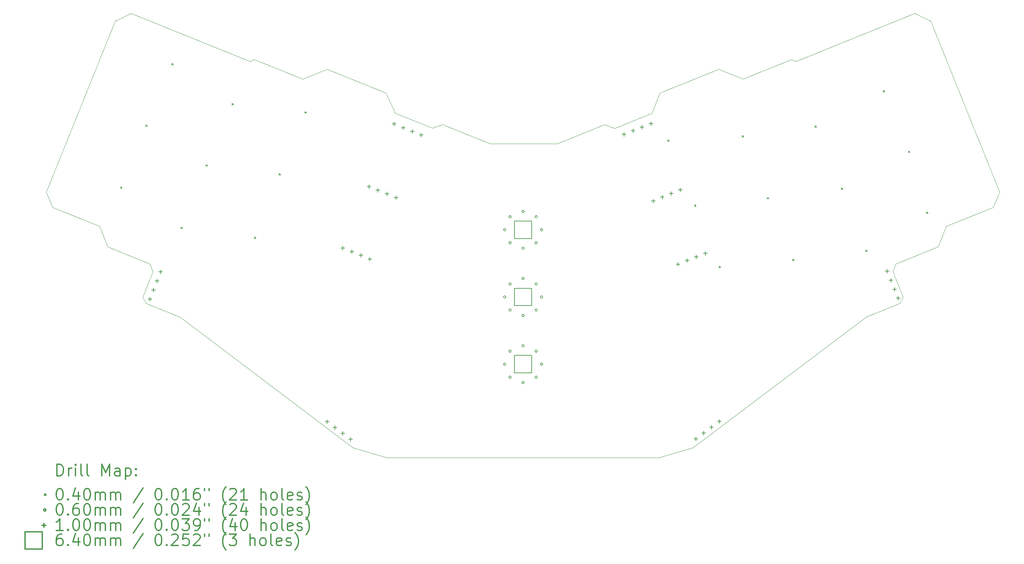
<source format=gbr>
%FSLAX45Y45*%
G04 Gerber Fmt 4.5, Leading zero omitted, Abs format (unit mm)*
G04 Created by KiCad (PCBNEW (5.1.4)-1) date 2024-04-24 20:53:15*
%MOMM*%
%LPD*%
G04 APERTURE LIST*
%ADD10C,0.050000*%
%ADD11C,0.200000*%
%ADD12C,0.300000*%
G04 APERTURE END LIST*
D10*
X11176213Y-27853625D02*
X12147667Y-28245667D01*
X12412667Y-28146667D02*
X13647667Y-28645667D01*
X16628646Y-28148071D02*
X15397000Y-28645000D01*
X17865100Y-27855028D02*
X16893646Y-28247071D01*
X12147667Y-28245667D02*
X12412667Y-28146667D01*
X15397000Y-28645000D02*
X13647667Y-28645667D01*
X16893646Y-28247071D02*
X16628646Y-28148071D01*
X4604537Y-32640385D02*
X4870507Y-31982085D01*
X24399689Y-32641789D02*
X24133718Y-31983488D01*
X10960000Y-36830000D02*
X10072695Y-36564535D01*
X18030000Y-36830000D02*
X18931531Y-36565938D01*
X10960000Y-36830000D02*
X18030000Y-36830000D01*
X25546434Y-30790966D02*
X25527890Y-30798458D01*
X3457791Y-30789563D02*
X3476335Y-30797055D01*
X2086679Y-29912037D02*
X2261724Y-30306320D01*
X3888537Y-25452283D02*
X2086679Y-29912037D01*
X26917546Y-29913441D02*
X26742501Y-30307724D01*
X25115688Y-25453686D02*
X26917546Y-29913441D01*
X10938494Y-27329969D02*
X9404005Y-26709995D01*
X4303330Y-25253168D02*
X7400124Y-26504354D01*
X3687111Y-31329806D02*
X3476335Y-30797055D01*
X3687111Y-31329806D02*
X4795096Y-31777461D01*
X3457791Y-30789563D02*
X2261724Y-30306320D01*
X5542399Y-33148730D02*
X4689390Y-32804092D01*
X8767111Y-26964977D02*
X7510776Y-26457385D01*
X10072695Y-36564535D02*
X5560943Y-33156222D01*
X4604537Y-32640385D02*
X4689390Y-32804092D01*
X10938494Y-27329969D02*
X11176213Y-27853625D01*
X4795096Y-31777461D02*
X4870507Y-31982085D01*
X8767111Y-26964977D02*
X9404005Y-26709995D01*
X4303330Y-25253168D02*
X3888537Y-25452283D01*
X7510776Y-26457385D02*
X7400124Y-26504354D01*
X5542399Y-33148730D02*
X5560943Y-33156222D01*
X23461827Y-33150134D02*
X23443283Y-33157626D01*
X24209130Y-31778864D02*
X24133718Y-31983488D01*
X24700895Y-25254572D02*
X25115688Y-25453686D01*
X21493449Y-26458789D02*
X21604101Y-26505758D01*
X20237115Y-26966381D02*
X19600221Y-26711399D01*
X23461827Y-33150134D02*
X24314836Y-32805496D01*
X18931531Y-36565938D02*
X23443283Y-33157626D01*
X24399689Y-32641789D02*
X24314836Y-32805496D01*
X24700895Y-25254572D02*
X21604101Y-26505758D01*
X25546434Y-30790966D02*
X26742501Y-30307724D01*
X25317114Y-31331209D02*
X25527890Y-30798458D01*
X25317114Y-31331209D02*
X24209130Y-31778864D01*
X18065732Y-27331372D02*
X17865100Y-27855028D01*
X20237115Y-26966381D02*
X21493449Y-26458789D01*
X18065732Y-27331372D02*
X19600221Y-26711399D01*
D11*
X4025000Y-29770000D02*
X4065000Y-29810000D01*
X4065000Y-29770000D02*
X4025000Y-29810000D01*
X4685000Y-28160000D02*
X4725000Y-28200000D01*
X4725000Y-28160000D02*
X4685000Y-28200000D01*
X5360000Y-26555000D02*
X5400000Y-26595000D01*
X5400000Y-26555000D02*
X5360000Y-26595000D01*
X5595000Y-30820000D02*
X5635000Y-30860000D01*
X5635000Y-30820000D02*
X5595000Y-30860000D01*
X6250000Y-29195000D02*
X6290000Y-29235000D01*
X6290000Y-29195000D02*
X6250000Y-29235000D01*
X6925000Y-27600000D02*
X6965000Y-27640000D01*
X6965000Y-27600000D02*
X6925000Y-27640000D01*
X7510000Y-31080000D02*
X7550000Y-31120000D01*
X7550000Y-31080000D02*
X7510000Y-31120000D01*
X8155000Y-29430000D02*
X8195000Y-29470000D01*
X8195000Y-29430000D02*
X8155000Y-29470000D01*
X8825000Y-27815000D02*
X8865000Y-27855000D01*
X8865000Y-27815000D02*
X8825000Y-27855000D01*
X18270000Y-28550001D02*
X18310000Y-28590001D01*
X18310000Y-28550001D02*
X18270000Y-28590001D01*
X18970000Y-30240000D02*
X19010000Y-30280000D01*
X19010000Y-30240000D02*
X18970000Y-30280000D01*
X19610000Y-31840000D02*
X19650000Y-31880000D01*
X19650000Y-31840000D02*
X19610000Y-31880000D01*
X20210000Y-28435000D02*
X20250000Y-28475000D01*
X20250000Y-28435000D02*
X20210000Y-28475000D01*
X20865000Y-30050000D02*
X20905000Y-30090000D01*
X20905000Y-30050000D02*
X20865000Y-30090000D01*
X21525000Y-31655000D02*
X21565000Y-31695000D01*
X21565000Y-31655000D02*
X21525000Y-31695000D01*
X22105000Y-28185000D02*
X22145000Y-28225000D01*
X22145000Y-28185000D02*
X22105000Y-28225000D01*
X22790000Y-29800000D02*
X22830000Y-29840000D01*
X22830000Y-29800000D02*
X22790000Y-29840000D01*
X23430000Y-31420000D02*
X23470000Y-31460000D01*
X23470000Y-31420000D02*
X23430000Y-31460000D01*
X23880000Y-27260000D02*
X23920000Y-27300000D01*
X23920000Y-27260000D02*
X23880000Y-27300000D01*
X24540000Y-28840000D02*
X24580000Y-28880000D01*
X24580000Y-28840000D02*
X24540000Y-28880000D01*
X25010000Y-30430000D02*
X25050000Y-30470000D01*
X25050000Y-30430000D02*
X25010000Y-30470000D01*
X14057500Y-34390000D02*
G75*
G03X14057500Y-34390000I-30000J0D01*
G01*
X14198089Y-34050589D02*
G75*
G03X14198089Y-34050589I-30000J0D01*
G01*
X14198089Y-34729411D02*
G75*
G03X14198089Y-34729411I-30000J0D01*
G01*
X14537500Y-33910000D02*
G75*
G03X14537500Y-33910000I-30000J0D01*
G01*
X14537500Y-34870000D02*
G75*
G03X14537500Y-34870000I-30000J0D01*
G01*
X14876911Y-34050589D02*
G75*
G03X14876911Y-34050589I-30000J0D01*
G01*
X14876911Y-34729411D02*
G75*
G03X14876911Y-34729411I-30000J0D01*
G01*
X15017500Y-34390000D02*
G75*
G03X15017500Y-34390000I-30000J0D01*
G01*
X14057500Y-30890000D02*
G75*
G03X14057500Y-30890000I-30000J0D01*
G01*
X14198089Y-30550589D02*
G75*
G03X14198089Y-30550589I-30000J0D01*
G01*
X14198089Y-31229411D02*
G75*
G03X14198089Y-31229411I-30000J0D01*
G01*
X14537500Y-30410000D02*
G75*
G03X14537500Y-30410000I-30000J0D01*
G01*
X14537500Y-31370000D02*
G75*
G03X14537500Y-31370000I-30000J0D01*
G01*
X14876911Y-30550589D02*
G75*
G03X14876911Y-30550589I-30000J0D01*
G01*
X14876911Y-31229411D02*
G75*
G03X14876911Y-31229411I-30000J0D01*
G01*
X15017500Y-30890000D02*
G75*
G03X15017500Y-30890000I-30000J0D01*
G01*
X14057500Y-32640000D02*
G75*
G03X14057500Y-32640000I-30000J0D01*
G01*
X14198089Y-32300589D02*
G75*
G03X14198089Y-32300589I-30000J0D01*
G01*
X14198089Y-32979411D02*
G75*
G03X14198089Y-32979411I-30000J0D01*
G01*
X14537500Y-32160000D02*
G75*
G03X14537500Y-32160000I-30000J0D01*
G01*
X14537500Y-33120000D02*
G75*
G03X14537500Y-33120000I-30000J0D01*
G01*
X14876911Y-32300589D02*
G75*
G03X14876911Y-32300589I-30000J0D01*
G01*
X14876911Y-32979411D02*
G75*
G03X14876911Y-32979411I-30000J0D01*
G01*
X15017500Y-32640000D02*
G75*
G03X15017500Y-32640000I-30000J0D01*
G01*
X4788408Y-32643102D02*
X4788408Y-32743102D01*
X4738408Y-32693102D02*
X4838408Y-32693102D01*
X4883558Y-32407597D02*
X4883558Y-32507597D01*
X4833558Y-32457597D02*
X4933558Y-32457597D01*
X4978708Y-32172093D02*
X4978708Y-32272093D01*
X4928708Y-32222093D02*
X5028708Y-32222093D01*
X5073858Y-31936588D02*
X5073858Y-32036588D01*
X5023858Y-31986588D02*
X5123858Y-31986588D01*
X17895000Y-30085000D02*
X17895000Y-30185000D01*
X17845000Y-30135000D02*
X17945000Y-30135000D01*
X18130505Y-29989850D02*
X18130505Y-30089850D01*
X18080505Y-30039850D02*
X18180505Y-30039850D01*
X18366009Y-29894700D02*
X18366009Y-29994700D01*
X18316009Y-29944700D02*
X18416009Y-29944700D01*
X18601514Y-29799550D02*
X18601514Y-29899550D01*
X18551514Y-29849550D02*
X18651514Y-29849550D01*
X9812010Y-31314550D02*
X9812010Y-31414550D01*
X9762010Y-31364550D02*
X9862010Y-31364550D01*
X10047515Y-31409700D02*
X10047515Y-31509700D01*
X9997515Y-31459700D02*
X10097515Y-31459700D01*
X10283020Y-31504850D02*
X10283020Y-31604850D01*
X10233020Y-31554850D02*
X10333020Y-31554850D01*
X10518524Y-31600000D02*
X10518524Y-31700000D01*
X10468524Y-31650000D02*
X10568524Y-31650000D01*
X17133558Y-28355240D02*
X17133558Y-28455240D01*
X17083558Y-28405240D02*
X17183558Y-28405240D01*
X17369063Y-28260090D02*
X17369063Y-28360090D01*
X17319063Y-28310090D02*
X17419063Y-28310090D01*
X17604567Y-28164940D02*
X17604567Y-28264940D01*
X17554567Y-28214940D02*
X17654567Y-28214940D01*
X17840072Y-28069790D02*
X17840072Y-28169790D01*
X17790072Y-28119790D02*
X17890072Y-28119790D01*
X23987298Y-31916522D02*
X23987298Y-32016522D01*
X23937298Y-31966522D02*
X24037298Y-31966522D01*
X24082448Y-32152027D02*
X24082448Y-32252027D01*
X24032448Y-32202027D02*
X24132448Y-32202027D01*
X24177598Y-32387531D02*
X24177598Y-32487531D01*
X24127598Y-32437531D02*
X24227598Y-32437531D01*
X24272748Y-32623036D02*
X24272748Y-32723036D01*
X24222748Y-32673036D02*
X24322748Y-32673036D01*
X10493486Y-29714550D02*
X10493486Y-29814550D01*
X10443486Y-29764550D02*
X10543486Y-29764550D01*
X10728991Y-29809700D02*
X10728991Y-29909700D01*
X10678991Y-29859700D02*
X10778991Y-29859700D01*
X10964495Y-29904850D02*
X10964495Y-30004850D01*
X10914495Y-29954850D02*
X11014495Y-29954850D01*
X11200000Y-30000000D02*
X11200000Y-30100000D01*
X11150000Y-30050000D02*
X11250000Y-30050000D01*
X19005814Y-36288791D02*
X19005814Y-36388791D01*
X18955814Y-36338791D02*
X19055814Y-36338791D01*
X19208667Y-36135930D02*
X19208667Y-36235930D01*
X19158667Y-36185930D02*
X19258667Y-36185930D01*
X19411520Y-35983069D02*
X19411520Y-36083069D01*
X19361520Y-36033069D02*
X19461520Y-36033069D01*
X19614374Y-35830208D02*
X19614374Y-35930208D01*
X19564374Y-35880208D02*
X19664374Y-35880208D01*
X11149244Y-28083933D02*
X11149244Y-28183933D01*
X11099244Y-28133933D02*
X11199244Y-28133933D01*
X11384748Y-28179083D02*
X11384748Y-28279083D01*
X11334748Y-28229083D02*
X11434748Y-28229083D01*
X11620253Y-28274233D02*
X11620253Y-28374233D01*
X11570253Y-28324233D02*
X11670253Y-28324233D01*
X11855758Y-28369383D02*
X11855758Y-28469383D01*
X11805758Y-28419383D02*
X11905758Y-28419383D01*
X9408395Y-35836297D02*
X9408395Y-35936297D01*
X9358395Y-35886297D02*
X9458395Y-35886297D01*
X9611249Y-35989158D02*
X9611249Y-36089158D01*
X9561249Y-36039158D02*
X9661249Y-36039158D01*
X9814102Y-36142019D02*
X9814102Y-36242019D01*
X9764102Y-36192019D02*
X9864102Y-36192019D01*
X10016956Y-36294880D02*
X10016956Y-36394880D01*
X9966956Y-36344880D02*
X10066956Y-36344880D01*
X18545000Y-31735000D02*
X18545000Y-31835000D01*
X18495000Y-31785000D02*
X18595000Y-31785000D01*
X18780505Y-31639850D02*
X18780505Y-31739850D01*
X18730505Y-31689850D02*
X18830505Y-31689850D01*
X19016009Y-31544700D02*
X19016009Y-31644700D01*
X18966009Y-31594700D02*
X19066009Y-31594700D01*
X19251514Y-31449550D02*
X19251514Y-31549550D01*
X19201514Y-31499550D02*
X19301514Y-31499550D01*
X14733776Y-34616276D02*
X14733776Y-34163724D01*
X14281224Y-34163724D01*
X14281224Y-34616276D01*
X14733776Y-34616276D01*
X14733776Y-31116276D02*
X14733776Y-30663724D01*
X14281224Y-30663724D01*
X14281224Y-31116276D01*
X14733776Y-31116276D01*
X14733776Y-32866276D02*
X14733776Y-32413724D01*
X14281224Y-32413724D01*
X14281224Y-32866276D01*
X14733776Y-32866276D01*
D12*
X2370608Y-37298214D02*
X2370608Y-36998214D01*
X2442036Y-36998214D01*
X2484893Y-37012500D01*
X2513465Y-37041072D01*
X2527750Y-37069643D01*
X2542036Y-37126786D01*
X2542036Y-37169643D01*
X2527750Y-37226786D01*
X2513465Y-37255357D01*
X2484893Y-37283929D01*
X2442036Y-37298214D01*
X2370608Y-37298214D01*
X2670608Y-37298214D02*
X2670608Y-37098214D01*
X2670608Y-37155357D02*
X2684893Y-37126786D01*
X2699179Y-37112500D01*
X2727750Y-37098214D01*
X2756322Y-37098214D01*
X2856322Y-37298214D02*
X2856322Y-37098214D01*
X2856322Y-36998214D02*
X2842036Y-37012500D01*
X2856322Y-37026786D01*
X2870607Y-37012500D01*
X2856322Y-36998214D01*
X2856322Y-37026786D01*
X3042036Y-37298214D02*
X3013465Y-37283929D01*
X2999179Y-37255357D01*
X2999179Y-36998214D01*
X3199179Y-37298214D02*
X3170607Y-37283929D01*
X3156322Y-37255357D01*
X3156322Y-36998214D01*
X3542036Y-37298214D02*
X3542036Y-36998214D01*
X3642036Y-37212500D01*
X3742036Y-36998214D01*
X3742036Y-37298214D01*
X4013465Y-37298214D02*
X4013465Y-37141072D01*
X3999179Y-37112500D01*
X3970607Y-37098214D01*
X3913465Y-37098214D01*
X3884893Y-37112500D01*
X4013465Y-37283929D02*
X3984893Y-37298214D01*
X3913465Y-37298214D01*
X3884893Y-37283929D01*
X3870607Y-37255357D01*
X3870607Y-37226786D01*
X3884893Y-37198214D01*
X3913465Y-37183929D01*
X3984893Y-37183929D01*
X4013465Y-37169643D01*
X4156322Y-37098214D02*
X4156322Y-37398214D01*
X4156322Y-37112500D02*
X4184893Y-37098214D01*
X4242036Y-37098214D01*
X4270608Y-37112500D01*
X4284893Y-37126786D01*
X4299179Y-37155357D01*
X4299179Y-37241072D01*
X4284893Y-37269643D01*
X4270608Y-37283929D01*
X4242036Y-37298214D01*
X4184893Y-37298214D01*
X4156322Y-37283929D01*
X4427750Y-37269643D02*
X4442036Y-37283929D01*
X4427750Y-37298214D01*
X4413465Y-37283929D01*
X4427750Y-37269643D01*
X4427750Y-37298214D01*
X4427750Y-37112500D02*
X4442036Y-37126786D01*
X4427750Y-37141072D01*
X4413465Y-37126786D01*
X4427750Y-37112500D01*
X4427750Y-37141072D01*
X2044179Y-37772500D02*
X2084179Y-37812500D01*
X2084179Y-37772500D02*
X2044179Y-37812500D01*
X2427750Y-37628214D02*
X2456322Y-37628214D01*
X2484893Y-37642500D01*
X2499179Y-37656786D01*
X2513465Y-37685357D01*
X2527750Y-37742500D01*
X2527750Y-37813929D01*
X2513465Y-37871072D01*
X2499179Y-37899643D01*
X2484893Y-37913929D01*
X2456322Y-37928214D01*
X2427750Y-37928214D01*
X2399179Y-37913929D01*
X2384893Y-37899643D01*
X2370608Y-37871072D01*
X2356322Y-37813929D01*
X2356322Y-37742500D01*
X2370608Y-37685357D01*
X2384893Y-37656786D01*
X2399179Y-37642500D01*
X2427750Y-37628214D01*
X2656322Y-37899643D02*
X2670608Y-37913929D01*
X2656322Y-37928214D01*
X2642036Y-37913929D01*
X2656322Y-37899643D01*
X2656322Y-37928214D01*
X2927750Y-37728214D02*
X2927750Y-37928214D01*
X2856322Y-37613929D02*
X2784893Y-37828214D01*
X2970607Y-37828214D01*
X3142036Y-37628214D02*
X3170607Y-37628214D01*
X3199179Y-37642500D01*
X3213465Y-37656786D01*
X3227750Y-37685357D01*
X3242036Y-37742500D01*
X3242036Y-37813929D01*
X3227750Y-37871072D01*
X3213465Y-37899643D01*
X3199179Y-37913929D01*
X3170607Y-37928214D01*
X3142036Y-37928214D01*
X3113465Y-37913929D01*
X3099179Y-37899643D01*
X3084893Y-37871072D01*
X3070607Y-37813929D01*
X3070607Y-37742500D01*
X3084893Y-37685357D01*
X3099179Y-37656786D01*
X3113465Y-37642500D01*
X3142036Y-37628214D01*
X3370607Y-37928214D02*
X3370607Y-37728214D01*
X3370607Y-37756786D02*
X3384893Y-37742500D01*
X3413465Y-37728214D01*
X3456322Y-37728214D01*
X3484893Y-37742500D01*
X3499179Y-37771072D01*
X3499179Y-37928214D01*
X3499179Y-37771072D02*
X3513465Y-37742500D01*
X3542036Y-37728214D01*
X3584893Y-37728214D01*
X3613465Y-37742500D01*
X3627750Y-37771072D01*
X3627750Y-37928214D01*
X3770607Y-37928214D02*
X3770607Y-37728214D01*
X3770607Y-37756786D02*
X3784893Y-37742500D01*
X3813465Y-37728214D01*
X3856322Y-37728214D01*
X3884893Y-37742500D01*
X3899179Y-37771072D01*
X3899179Y-37928214D01*
X3899179Y-37771072D02*
X3913465Y-37742500D01*
X3942036Y-37728214D01*
X3984893Y-37728214D01*
X4013465Y-37742500D01*
X4027750Y-37771072D01*
X4027750Y-37928214D01*
X4613465Y-37613929D02*
X4356322Y-37999643D01*
X4999179Y-37628214D02*
X5027750Y-37628214D01*
X5056322Y-37642500D01*
X5070608Y-37656786D01*
X5084893Y-37685357D01*
X5099179Y-37742500D01*
X5099179Y-37813929D01*
X5084893Y-37871072D01*
X5070608Y-37899643D01*
X5056322Y-37913929D01*
X5027750Y-37928214D01*
X4999179Y-37928214D01*
X4970608Y-37913929D01*
X4956322Y-37899643D01*
X4942036Y-37871072D01*
X4927750Y-37813929D01*
X4927750Y-37742500D01*
X4942036Y-37685357D01*
X4956322Y-37656786D01*
X4970608Y-37642500D01*
X4999179Y-37628214D01*
X5227750Y-37899643D02*
X5242036Y-37913929D01*
X5227750Y-37928214D01*
X5213465Y-37913929D01*
X5227750Y-37899643D01*
X5227750Y-37928214D01*
X5427750Y-37628214D02*
X5456322Y-37628214D01*
X5484893Y-37642500D01*
X5499179Y-37656786D01*
X5513465Y-37685357D01*
X5527750Y-37742500D01*
X5527750Y-37813929D01*
X5513465Y-37871072D01*
X5499179Y-37899643D01*
X5484893Y-37913929D01*
X5456322Y-37928214D01*
X5427750Y-37928214D01*
X5399179Y-37913929D01*
X5384893Y-37899643D01*
X5370608Y-37871072D01*
X5356322Y-37813929D01*
X5356322Y-37742500D01*
X5370608Y-37685357D01*
X5384893Y-37656786D01*
X5399179Y-37642500D01*
X5427750Y-37628214D01*
X5813465Y-37928214D02*
X5642036Y-37928214D01*
X5727750Y-37928214D02*
X5727750Y-37628214D01*
X5699179Y-37671072D01*
X5670607Y-37699643D01*
X5642036Y-37713929D01*
X6070607Y-37628214D02*
X6013465Y-37628214D01*
X5984893Y-37642500D01*
X5970607Y-37656786D01*
X5942036Y-37699643D01*
X5927750Y-37756786D01*
X5927750Y-37871072D01*
X5942036Y-37899643D01*
X5956322Y-37913929D01*
X5984893Y-37928214D01*
X6042036Y-37928214D01*
X6070607Y-37913929D01*
X6084893Y-37899643D01*
X6099179Y-37871072D01*
X6099179Y-37799643D01*
X6084893Y-37771072D01*
X6070607Y-37756786D01*
X6042036Y-37742500D01*
X5984893Y-37742500D01*
X5956322Y-37756786D01*
X5942036Y-37771072D01*
X5927750Y-37799643D01*
X6213465Y-37628214D02*
X6213465Y-37685357D01*
X6327750Y-37628214D02*
X6327750Y-37685357D01*
X6770607Y-38042500D02*
X6756322Y-38028214D01*
X6727750Y-37985357D01*
X6713465Y-37956786D01*
X6699179Y-37913929D01*
X6684893Y-37842500D01*
X6684893Y-37785357D01*
X6699179Y-37713929D01*
X6713465Y-37671072D01*
X6727750Y-37642500D01*
X6756322Y-37599643D01*
X6770607Y-37585357D01*
X6870607Y-37656786D02*
X6884893Y-37642500D01*
X6913465Y-37628214D01*
X6984893Y-37628214D01*
X7013465Y-37642500D01*
X7027750Y-37656786D01*
X7042036Y-37685357D01*
X7042036Y-37713929D01*
X7027750Y-37756786D01*
X6856322Y-37928214D01*
X7042036Y-37928214D01*
X7327750Y-37928214D02*
X7156322Y-37928214D01*
X7242036Y-37928214D02*
X7242036Y-37628214D01*
X7213465Y-37671072D01*
X7184893Y-37699643D01*
X7156322Y-37713929D01*
X7684893Y-37928214D02*
X7684893Y-37628214D01*
X7813465Y-37928214D02*
X7813465Y-37771072D01*
X7799179Y-37742500D01*
X7770607Y-37728214D01*
X7727750Y-37728214D01*
X7699179Y-37742500D01*
X7684893Y-37756786D01*
X7999179Y-37928214D02*
X7970607Y-37913929D01*
X7956322Y-37899643D01*
X7942036Y-37871072D01*
X7942036Y-37785357D01*
X7956322Y-37756786D01*
X7970607Y-37742500D01*
X7999179Y-37728214D01*
X8042036Y-37728214D01*
X8070607Y-37742500D01*
X8084893Y-37756786D01*
X8099179Y-37785357D01*
X8099179Y-37871072D01*
X8084893Y-37899643D01*
X8070607Y-37913929D01*
X8042036Y-37928214D01*
X7999179Y-37928214D01*
X8270607Y-37928214D02*
X8242036Y-37913929D01*
X8227750Y-37885357D01*
X8227750Y-37628214D01*
X8499179Y-37913929D02*
X8470608Y-37928214D01*
X8413465Y-37928214D01*
X8384893Y-37913929D01*
X8370607Y-37885357D01*
X8370607Y-37771072D01*
X8384893Y-37742500D01*
X8413465Y-37728214D01*
X8470608Y-37728214D01*
X8499179Y-37742500D01*
X8513465Y-37771072D01*
X8513465Y-37799643D01*
X8370607Y-37828214D01*
X8627750Y-37913929D02*
X8656322Y-37928214D01*
X8713465Y-37928214D01*
X8742036Y-37913929D01*
X8756322Y-37885357D01*
X8756322Y-37871072D01*
X8742036Y-37842500D01*
X8713465Y-37828214D01*
X8670608Y-37828214D01*
X8642036Y-37813929D01*
X8627750Y-37785357D01*
X8627750Y-37771072D01*
X8642036Y-37742500D01*
X8670608Y-37728214D01*
X8713465Y-37728214D01*
X8742036Y-37742500D01*
X8856322Y-38042500D02*
X8870608Y-38028214D01*
X8899179Y-37985357D01*
X8913465Y-37956786D01*
X8927750Y-37913929D01*
X8942036Y-37842500D01*
X8942036Y-37785357D01*
X8927750Y-37713929D01*
X8913465Y-37671072D01*
X8899179Y-37642500D01*
X8870608Y-37599643D01*
X8856322Y-37585357D01*
X2084179Y-38188500D02*
G75*
G03X2084179Y-38188500I-30000J0D01*
G01*
X2427750Y-38024214D02*
X2456322Y-38024214D01*
X2484893Y-38038500D01*
X2499179Y-38052786D01*
X2513465Y-38081357D01*
X2527750Y-38138500D01*
X2527750Y-38209929D01*
X2513465Y-38267072D01*
X2499179Y-38295643D01*
X2484893Y-38309929D01*
X2456322Y-38324214D01*
X2427750Y-38324214D01*
X2399179Y-38309929D01*
X2384893Y-38295643D01*
X2370608Y-38267072D01*
X2356322Y-38209929D01*
X2356322Y-38138500D01*
X2370608Y-38081357D01*
X2384893Y-38052786D01*
X2399179Y-38038500D01*
X2427750Y-38024214D01*
X2656322Y-38295643D02*
X2670608Y-38309929D01*
X2656322Y-38324214D01*
X2642036Y-38309929D01*
X2656322Y-38295643D01*
X2656322Y-38324214D01*
X2927750Y-38024214D02*
X2870607Y-38024214D01*
X2842036Y-38038500D01*
X2827750Y-38052786D01*
X2799179Y-38095643D01*
X2784893Y-38152786D01*
X2784893Y-38267072D01*
X2799179Y-38295643D01*
X2813465Y-38309929D01*
X2842036Y-38324214D01*
X2899179Y-38324214D01*
X2927750Y-38309929D01*
X2942036Y-38295643D01*
X2956322Y-38267072D01*
X2956322Y-38195643D01*
X2942036Y-38167072D01*
X2927750Y-38152786D01*
X2899179Y-38138500D01*
X2842036Y-38138500D01*
X2813465Y-38152786D01*
X2799179Y-38167072D01*
X2784893Y-38195643D01*
X3142036Y-38024214D02*
X3170607Y-38024214D01*
X3199179Y-38038500D01*
X3213465Y-38052786D01*
X3227750Y-38081357D01*
X3242036Y-38138500D01*
X3242036Y-38209929D01*
X3227750Y-38267072D01*
X3213465Y-38295643D01*
X3199179Y-38309929D01*
X3170607Y-38324214D01*
X3142036Y-38324214D01*
X3113465Y-38309929D01*
X3099179Y-38295643D01*
X3084893Y-38267072D01*
X3070607Y-38209929D01*
X3070607Y-38138500D01*
X3084893Y-38081357D01*
X3099179Y-38052786D01*
X3113465Y-38038500D01*
X3142036Y-38024214D01*
X3370607Y-38324214D02*
X3370607Y-38124214D01*
X3370607Y-38152786D02*
X3384893Y-38138500D01*
X3413465Y-38124214D01*
X3456322Y-38124214D01*
X3484893Y-38138500D01*
X3499179Y-38167072D01*
X3499179Y-38324214D01*
X3499179Y-38167072D02*
X3513465Y-38138500D01*
X3542036Y-38124214D01*
X3584893Y-38124214D01*
X3613465Y-38138500D01*
X3627750Y-38167072D01*
X3627750Y-38324214D01*
X3770607Y-38324214D02*
X3770607Y-38124214D01*
X3770607Y-38152786D02*
X3784893Y-38138500D01*
X3813465Y-38124214D01*
X3856322Y-38124214D01*
X3884893Y-38138500D01*
X3899179Y-38167072D01*
X3899179Y-38324214D01*
X3899179Y-38167072D02*
X3913465Y-38138500D01*
X3942036Y-38124214D01*
X3984893Y-38124214D01*
X4013465Y-38138500D01*
X4027750Y-38167072D01*
X4027750Y-38324214D01*
X4613465Y-38009929D02*
X4356322Y-38395643D01*
X4999179Y-38024214D02*
X5027750Y-38024214D01*
X5056322Y-38038500D01*
X5070608Y-38052786D01*
X5084893Y-38081357D01*
X5099179Y-38138500D01*
X5099179Y-38209929D01*
X5084893Y-38267072D01*
X5070608Y-38295643D01*
X5056322Y-38309929D01*
X5027750Y-38324214D01*
X4999179Y-38324214D01*
X4970608Y-38309929D01*
X4956322Y-38295643D01*
X4942036Y-38267072D01*
X4927750Y-38209929D01*
X4927750Y-38138500D01*
X4942036Y-38081357D01*
X4956322Y-38052786D01*
X4970608Y-38038500D01*
X4999179Y-38024214D01*
X5227750Y-38295643D02*
X5242036Y-38309929D01*
X5227750Y-38324214D01*
X5213465Y-38309929D01*
X5227750Y-38295643D01*
X5227750Y-38324214D01*
X5427750Y-38024214D02*
X5456322Y-38024214D01*
X5484893Y-38038500D01*
X5499179Y-38052786D01*
X5513465Y-38081357D01*
X5527750Y-38138500D01*
X5527750Y-38209929D01*
X5513465Y-38267072D01*
X5499179Y-38295643D01*
X5484893Y-38309929D01*
X5456322Y-38324214D01*
X5427750Y-38324214D01*
X5399179Y-38309929D01*
X5384893Y-38295643D01*
X5370608Y-38267072D01*
X5356322Y-38209929D01*
X5356322Y-38138500D01*
X5370608Y-38081357D01*
X5384893Y-38052786D01*
X5399179Y-38038500D01*
X5427750Y-38024214D01*
X5642036Y-38052786D02*
X5656322Y-38038500D01*
X5684893Y-38024214D01*
X5756322Y-38024214D01*
X5784893Y-38038500D01*
X5799179Y-38052786D01*
X5813465Y-38081357D01*
X5813465Y-38109929D01*
X5799179Y-38152786D01*
X5627750Y-38324214D01*
X5813465Y-38324214D01*
X6070607Y-38124214D02*
X6070607Y-38324214D01*
X5999179Y-38009929D02*
X5927750Y-38224214D01*
X6113465Y-38224214D01*
X6213465Y-38024214D02*
X6213465Y-38081357D01*
X6327750Y-38024214D02*
X6327750Y-38081357D01*
X6770607Y-38438500D02*
X6756322Y-38424214D01*
X6727750Y-38381357D01*
X6713465Y-38352786D01*
X6699179Y-38309929D01*
X6684893Y-38238500D01*
X6684893Y-38181357D01*
X6699179Y-38109929D01*
X6713465Y-38067072D01*
X6727750Y-38038500D01*
X6756322Y-37995643D01*
X6770607Y-37981357D01*
X6870607Y-38052786D02*
X6884893Y-38038500D01*
X6913465Y-38024214D01*
X6984893Y-38024214D01*
X7013465Y-38038500D01*
X7027750Y-38052786D01*
X7042036Y-38081357D01*
X7042036Y-38109929D01*
X7027750Y-38152786D01*
X6856322Y-38324214D01*
X7042036Y-38324214D01*
X7299179Y-38124214D02*
X7299179Y-38324214D01*
X7227750Y-38009929D02*
X7156322Y-38224214D01*
X7342036Y-38224214D01*
X7684893Y-38324214D02*
X7684893Y-38024214D01*
X7813465Y-38324214D02*
X7813465Y-38167072D01*
X7799179Y-38138500D01*
X7770607Y-38124214D01*
X7727750Y-38124214D01*
X7699179Y-38138500D01*
X7684893Y-38152786D01*
X7999179Y-38324214D02*
X7970607Y-38309929D01*
X7956322Y-38295643D01*
X7942036Y-38267072D01*
X7942036Y-38181357D01*
X7956322Y-38152786D01*
X7970607Y-38138500D01*
X7999179Y-38124214D01*
X8042036Y-38124214D01*
X8070607Y-38138500D01*
X8084893Y-38152786D01*
X8099179Y-38181357D01*
X8099179Y-38267072D01*
X8084893Y-38295643D01*
X8070607Y-38309929D01*
X8042036Y-38324214D01*
X7999179Y-38324214D01*
X8270607Y-38324214D02*
X8242036Y-38309929D01*
X8227750Y-38281357D01*
X8227750Y-38024214D01*
X8499179Y-38309929D02*
X8470608Y-38324214D01*
X8413465Y-38324214D01*
X8384893Y-38309929D01*
X8370607Y-38281357D01*
X8370607Y-38167072D01*
X8384893Y-38138500D01*
X8413465Y-38124214D01*
X8470608Y-38124214D01*
X8499179Y-38138500D01*
X8513465Y-38167072D01*
X8513465Y-38195643D01*
X8370607Y-38224214D01*
X8627750Y-38309929D02*
X8656322Y-38324214D01*
X8713465Y-38324214D01*
X8742036Y-38309929D01*
X8756322Y-38281357D01*
X8756322Y-38267072D01*
X8742036Y-38238500D01*
X8713465Y-38224214D01*
X8670608Y-38224214D01*
X8642036Y-38209929D01*
X8627750Y-38181357D01*
X8627750Y-38167072D01*
X8642036Y-38138500D01*
X8670608Y-38124214D01*
X8713465Y-38124214D01*
X8742036Y-38138500D01*
X8856322Y-38438500D02*
X8870608Y-38424214D01*
X8899179Y-38381357D01*
X8913465Y-38352786D01*
X8927750Y-38309929D01*
X8942036Y-38238500D01*
X8942036Y-38181357D01*
X8927750Y-38109929D01*
X8913465Y-38067072D01*
X8899179Y-38038500D01*
X8870608Y-37995643D01*
X8856322Y-37981357D01*
X2034179Y-38534500D02*
X2034179Y-38634500D01*
X1984179Y-38584500D02*
X2084179Y-38584500D01*
X2527750Y-38720214D02*
X2356322Y-38720214D01*
X2442036Y-38720214D02*
X2442036Y-38420214D01*
X2413465Y-38463072D01*
X2384893Y-38491643D01*
X2356322Y-38505929D01*
X2656322Y-38691643D02*
X2670608Y-38705929D01*
X2656322Y-38720214D01*
X2642036Y-38705929D01*
X2656322Y-38691643D01*
X2656322Y-38720214D01*
X2856322Y-38420214D02*
X2884893Y-38420214D01*
X2913465Y-38434500D01*
X2927750Y-38448786D01*
X2942036Y-38477357D01*
X2956322Y-38534500D01*
X2956322Y-38605929D01*
X2942036Y-38663072D01*
X2927750Y-38691643D01*
X2913465Y-38705929D01*
X2884893Y-38720214D01*
X2856322Y-38720214D01*
X2827750Y-38705929D01*
X2813465Y-38691643D01*
X2799179Y-38663072D01*
X2784893Y-38605929D01*
X2784893Y-38534500D01*
X2799179Y-38477357D01*
X2813465Y-38448786D01*
X2827750Y-38434500D01*
X2856322Y-38420214D01*
X3142036Y-38420214D02*
X3170607Y-38420214D01*
X3199179Y-38434500D01*
X3213465Y-38448786D01*
X3227750Y-38477357D01*
X3242036Y-38534500D01*
X3242036Y-38605929D01*
X3227750Y-38663072D01*
X3213465Y-38691643D01*
X3199179Y-38705929D01*
X3170607Y-38720214D01*
X3142036Y-38720214D01*
X3113465Y-38705929D01*
X3099179Y-38691643D01*
X3084893Y-38663072D01*
X3070607Y-38605929D01*
X3070607Y-38534500D01*
X3084893Y-38477357D01*
X3099179Y-38448786D01*
X3113465Y-38434500D01*
X3142036Y-38420214D01*
X3370607Y-38720214D02*
X3370607Y-38520214D01*
X3370607Y-38548786D02*
X3384893Y-38534500D01*
X3413465Y-38520214D01*
X3456322Y-38520214D01*
X3484893Y-38534500D01*
X3499179Y-38563072D01*
X3499179Y-38720214D01*
X3499179Y-38563072D02*
X3513465Y-38534500D01*
X3542036Y-38520214D01*
X3584893Y-38520214D01*
X3613465Y-38534500D01*
X3627750Y-38563072D01*
X3627750Y-38720214D01*
X3770607Y-38720214D02*
X3770607Y-38520214D01*
X3770607Y-38548786D02*
X3784893Y-38534500D01*
X3813465Y-38520214D01*
X3856322Y-38520214D01*
X3884893Y-38534500D01*
X3899179Y-38563072D01*
X3899179Y-38720214D01*
X3899179Y-38563072D02*
X3913465Y-38534500D01*
X3942036Y-38520214D01*
X3984893Y-38520214D01*
X4013465Y-38534500D01*
X4027750Y-38563072D01*
X4027750Y-38720214D01*
X4613465Y-38405929D02*
X4356322Y-38791643D01*
X4999179Y-38420214D02*
X5027750Y-38420214D01*
X5056322Y-38434500D01*
X5070608Y-38448786D01*
X5084893Y-38477357D01*
X5099179Y-38534500D01*
X5099179Y-38605929D01*
X5084893Y-38663072D01*
X5070608Y-38691643D01*
X5056322Y-38705929D01*
X5027750Y-38720214D01*
X4999179Y-38720214D01*
X4970608Y-38705929D01*
X4956322Y-38691643D01*
X4942036Y-38663072D01*
X4927750Y-38605929D01*
X4927750Y-38534500D01*
X4942036Y-38477357D01*
X4956322Y-38448786D01*
X4970608Y-38434500D01*
X4999179Y-38420214D01*
X5227750Y-38691643D02*
X5242036Y-38705929D01*
X5227750Y-38720214D01*
X5213465Y-38705929D01*
X5227750Y-38691643D01*
X5227750Y-38720214D01*
X5427750Y-38420214D02*
X5456322Y-38420214D01*
X5484893Y-38434500D01*
X5499179Y-38448786D01*
X5513465Y-38477357D01*
X5527750Y-38534500D01*
X5527750Y-38605929D01*
X5513465Y-38663072D01*
X5499179Y-38691643D01*
X5484893Y-38705929D01*
X5456322Y-38720214D01*
X5427750Y-38720214D01*
X5399179Y-38705929D01*
X5384893Y-38691643D01*
X5370608Y-38663072D01*
X5356322Y-38605929D01*
X5356322Y-38534500D01*
X5370608Y-38477357D01*
X5384893Y-38448786D01*
X5399179Y-38434500D01*
X5427750Y-38420214D01*
X5627750Y-38420214D02*
X5813465Y-38420214D01*
X5713465Y-38534500D01*
X5756322Y-38534500D01*
X5784893Y-38548786D01*
X5799179Y-38563072D01*
X5813465Y-38591643D01*
X5813465Y-38663072D01*
X5799179Y-38691643D01*
X5784893Y-38705929D01*
X5756322Y-38720214D01*
X5670607Y-38720214D01*
X5642036Y-38705929D01*
X5627750Y-38691643D01*
X5956322Y-38720214D02*
X6013465Y-38720214D01*
X6042036Y-38705929D01*
X6056322Y-38691643D01*
X6084893Y-38648786D01*
X6099179Y-38591643D01*
X6099179Y-38477357D01*
X6084893Y-38448786D01*
X6070607Y-38434500D01*
X6042036Y-38420214D01*
X5984893Y-38420214D01*
X5956322Y-38434500D01*
X5942036Y-38448786D01*
X5927750Y-38477357D01*
X5927750Y-38548786D01*
X5942036Y-38577357D01*
X5956322Y-38591643D01*
X5984893Y-38605929D01*
X6042036Y-38605929D01*
X6070607Y-38591643D01*
X6084893Y-38577357D01*
X6099179Y-38548786D01*
X6213465Y-38420214D02*
X6213465Y-38477357D01*
X6327750Y-38420214D02*
X6327750Y-38477357D01*
X6770607Y-38834500D02*
X6756322Y-38820214D01*
X6727750Y-38777357D01*
X6713465Y-38748786D01*
X6699179Y-38705929D01*
X6684893Y-38634500D01*
X6684893Y-38577357D01*
X6699179Y-38505929D01*
X6713465Y-38463072D01*
X6727750Y-38434500D01*
X6756322Y-38391643D01*
X6770607Y-38377357D01*
X7013465Y-38520214D02*
X7013465Y-38720214D01*
X6942036Y-38405929D02*
X6870607Y-38620214D01*
X7056322Y-38620214D01*
X7227750Y-38420214D02*
X7256322Y-38420214D01*
X7284893Y-38434500D01*
X7299179Y-38448786D01*
X7313465Y-38477357D01*
X7327750Y-38534500D01*
X7327750Y-38605929D01*
X7313465Y-38663072D01*
X7299179Y-38691643D01*
X7284893Y-38705929D01*
X7256322Y-38720214D01*
X7227750Y-38720214D01*
X7199179Y-38705929D01*
X7184893Y-38691643D01*
X7170607Y-38663072D01*
X7156322Y-38605929D01*
X7156322Y-38534500D01*
X7170607Y-38477357D01*
X7184893Y-38448786D01*
X7199179Y-38434500D01*
X7227750Y-38420214D01*
X7684893Y-38720214D02*
X7684893Y-38420214D01*
X7813465Y-38720214D02*
X7813465Y-38563072D01*
X7799179Y-38534500D01*
X7770607Y-38520214D01*
X7727750Y-38520214D01*
X7699179Y-38534500D01*
X7684893Y-38548786D01*
X7999179Y-38720214D02*
X7970607Y-38705929D01*
X7956322Y-38691643D01*
X7942036Y-38663072D01*
X7942036Y-38577357D01*
X7956322Y-38548786D01*
X7970607Y-38534500D01*
X7999179Y-38520214D01*
X8042036Y-38520214D01*
X8070607Y-38534500D01*
X8084893Y-38548786D01*
X8099179Y-38577357D01*
X8099179Y-38663072D01*
X8084893Y-38691643D01*
X8070607Y-38705929D01*
X8042036Y-38720214D01*
X7999179Y-38720214D01*
X8270607Y-38720214D02*
X8242036Y-38705929D01*
X8227750Y-38677357D01*
X8227750Y-38420214D01*
X8499179Y-38705929D02*
X8470608Y-38720214D01*
X8413465Y-38720214D01*
X8384893Y-38705929D01*
X8370607Y-38677357D01*
X8370607Y-38563072D01*
X8384893Y-38534500D01*
X8413465Y-38520214D01*
X8470608Y-38520214D01*
X8499179Y-38534500D01*
X8513465Y-38563072D01*
X8513465Y-38591643D01*
X8370607Y-38620214D01*
X8627750Y-38705929D02*
X8656322Y-38720214D01*
X8713465Y-38720214D01*
X8742036Y-38705929D01*
X8756322Y-38677357D01*
X8756322Y-38663072D01*
X8742036Y-38634500D01*
X8713465Y-38620214D01*
X8670608Y-38620214D01*
X8642036Y-38605929D01*
X8627750Y-38577357D01*
X8627750Y-38563072D01*
X8642036Y-38534500D01*
X8670608Y-38520214D01*
X8713465Y-38520214D01*
X8742036Y-38534500D01*
X8856322Y-38834500D02*
X8870608Y-38820214D01*
X8899179Y-38777357D01*
X8913465Y-38748786D01*
X8927750Y-38705929D01*
X8942036Y-38634500D01*
X8942036Y-38577357D01*
X8927750Y-38505929D01*
X8913465Y-38463072D01*
X8899179Y-38434500D01*
X8870608Y-38391643D01*
X8856322Y-38377357D01*
X1990455Y-39206776D02*
X1990455Y-38754224D01*
X1537903Y-38754224D01*
X1537903Y-39206776D01*
X1990455Y-39206776D01*
X2499179Y-38816214D02*
X2442036Y-38816214D01*
X2413465Y-38830500D01*
X2399179Y-38844786D01*
X2370608Y-38887643D01*
X2356322Y-38944786D01*
X2356322Y-39059072D01*
X2370608Y-39087643D01*
X2384893Y-39101929D01*
X2413465Y-39116214D01*
X2470608Y-39116214D01*
X2499179Y-39101929D01*
X2513465Y-39087643D01*
X2527750Y-39059072D01*
X2527750Y-38987643D01*
X2513465Y-38959072D01*
X2499179Y-38944786D01*
X2470608Y-38930500D01*
X2413465Y-38930500D01*
X2384893Y-38944786D01*
X2370608Y-38959072D01*
X2356322Y-38987643D01*
X2656322Y-39087643D02*
X2670608Y-39101929D01*
X2656322Y-39116214D01*
X2642036Y-39101929D01*
X2656322Y-39087643D01*
X2656322Y-39116214D01*
X2927750Y-38916214D02*
X2927750Y-39116214D01*
X2856322Y-38801929D02*
X2784893Y-39016214D01*
X2970607Y-39016214D01*
X3142036Y-38816214D02*
X3170607Y-38816214D01*
X3199179Y-38830500D01*
X3213465Y-38844786D01*
X3227750Y-38873357D01*
X3242036Y-38930500D01*
X3242036Y-39001929D01*
X3227750Y-39059072D01*
X3213465Y-39087643D01*
X3199179Y-39101929D01*
X3170607Y-39116214D01*
X3142036Y-39116214D01*
X3113465Y-39101929D01*
X3099179Y-39087643D01*
X3084893Y-39059072D01*
X3070607Y-39001929D01*
X3070607Y-38930500D01*
X3084893Y-38873357D01*
X3099179Y-38844786D01*
X3113465Y-38830500D01*
X3142036Y-38816214D01*
X3370607Y-39116214D02*
X3370607Y-38916214D01*
X3370607Y-38944786D02*
X3384893Y-38930500D01*
X3413465Y-38916214D01*
X3456322Y-38916214D01*
X3484893Y-38930500D01*
X3499179Y-38959072D01*
X3499179Y-39116214D01*
X3499179Y-38959072D02*
X3513465Y-38930500D01*
X3542036Y-38916214D01*
X3584893Y-38916214D01*
X3613465Y-38930500D01*
X3627750Y-38959072D01*
X3627750Y-39116214D01*
X3770607Y-39116214D02*
X3770607Y-38916214D01*
X3770607Y-38944786D02*
X3784893Y-38930500D01*
X3813465Y-38916214D01*
X3856322Y-38916214D01*
X3884893Y-38930500D01*
X3899179Y-38959072D01*
X3899179Y-39116214D01*
X3899179Y-38959072D02*
X3913465Y-38930500D01*
X3942036Y-38916214D01*
X3984893Y-38916214D01*
X4013465Y-38930500D01*
X4027750Y-38959072D01*
X4027750Y-39116214D01*
X4613465Y-38801929D02*
X4356322Y-39187643D01*
X4999179Y-38816214D02*
X5027750Y-38816214D01*
X5056322Y-38830500D01*
X5070608Y-38844786D01*
X5084893Y-38873357D01*
X5099179Y-38930500D01*
X5099179Y-39001929D01*
X5084893Y-39059072D01*
X5070608Y-39087643D01*
X5056322Y-39101929D01*
X5027750Y-39116214D01*
X4999179Y-39116214D01*
X4970608Y-39101929D01*
X4956322Y-39087643D01*
X4942036Y-39059072D01*
X4927750Y-39001929D01*
X4927750Y-38930500D01*
X4942036Y-38873357D01*
X4956322Y-38844786D01*
X4970608Y-38830500D01*
X4999179Y-38816214D01*
X5227750Y-39087643D02*
X5242036Y-39101929D01*
X5227750Y-39116214D01*
X5213465Y-39101929D01*
X5227750Y-39087643D01*
X5227750Y-39116214D01*
X5356322Y-38844786D02*
X5370608Y-38830500D01*
X5399179Y-38816214D01*
X5470608Y-38816214D01*
X5499179Y-38830500D01*
X5513465Y-38844786D01*
X5527750Y-38873357D01*
X5527750Y-38901929D01*
X5513465Y-38944786D01*
X5342036Y-39116214D01*
X5527750Y-39116214D01*
X5799179Y-38816214D02*
X5656322Y-38816214D01*
X5642036Y-38959072D01*
X5656322Y-38944786D01*
X5684893Y-38930500D01*
X5756322Y-38930500D01*
X5784893Y-38944786D01*
X5799179Y-38959072D01*
X5813465Y-38987643D01*
X5813465Y-39059072D01*
X5799179Y-39087643D01*
X5784893Y-39101929D01*
X5756322Y-39116214D01*
X5684893Y-39116214D01*
X5656322Y-39101929D01*
X5642036Y-39087643D01*
X5927750Y-38844786D02*
X5942036Y-38830500D01*
X5970607Y-38816214D01*
X6042036Y-38816214D01*
X6070607Y-38830500D01*
X6084893Y-38844786D01*
X6099179Y-38873357D01*
X6099179Y-38901929D01*
X6084893Y-38944786D01*
X5913465Y-39116214D01*
X6099179Y-39116214D01*
X6213465Y-38816214D02*
X6213465Y-38873357D01*
X6327750Y-38816214D02*
X6327750Y-38873357D01*
X6770607Y-39230500D02*
X6756322Y-39216214D01*
X6727750Y-39173357D01*
X6713465Y-39144786D01*
X6699179Y-39101929D01*
X6684893Y-39030500D01*
X6684893Y-38973357D01*
X6699179Y-38901929D01*
X6713465Y-38859072D01*
X6727750Y-38830500D01*
X6756322Y-38787643D01*
X6770607Y-38773357D01*
X6856322Y-38816214D02*
X7042036Y-38816214D01*
X6942036Y-38930500D01*
X6984893Y-38930500D01*
X7013465Y-38944786D01*
X7027750Y-38959072D01*
X7042036Y-38987643D01*
X7042036Y-39059072D01*
X7027750Y-39087643D01*
X7013465Y-39101929D01*
X6984893Y-39116214D01*
X6899179Y-39116214D01*
X6870607Y-39101929D01*
X6856322Y-39087643D01*
X7399179Y-39116214D02*
X7399179Y-38816214D01*
X7527750Y-39116214D02*
X7527750Y-38959072D01*
X7513465Y-38930500D01*
X7484893Y-38916214D01*
X7442036Y-38916214D01*
X7413465Y-38930500D01*
X7399179Y-38944786D01*
X7713465Y-39116214D02*
X7684893Y-39101929D01*
X7670607Y-39087643D01*
X7656322Y-39059072D01*
X7656322Y-38973357D01*
X7670607Y-38944786D01*
X7684893Y-38930500D01*
X7713465Y-38916214D01*
X7756322Y-38916214D01*
X7784893Y-38930500D01*
X7799179Y-38944786D01*
X7813465Y-38973357D01*
X7813465Y-39059072D01*
X7799179Y-39087643D01*
X7784893Y-39101929D01*
X7756322Y-39116214D01*
X7713465Y-39116214D01*
X7984893Y-39116214D02*
X7956322Y-39101929D01*
X7942036Y-39073357D01*
X7942036Y-38816214D01*
X8213465Y-39101929D02*
X8184893Y-39116214D01*
X8127750Y-39116214D01*
X8099179Y-39101929D01*
X8084893Y-39073357D01*
X8084893Y-38959072D01*
X8099179Y-38930500D01*
X8127750Y-38916214D01*
X8184893Y-38916214D01*
X8213465Y-38930500D01*
X8227750Y-38959072D01*
X8227750Y-38987643D01*
X8084893Y-39016214D01*
X8342036Y-39101929D02*
X8370607Y-39116214D01*
X8427750Y-39116214D01*
X8456322Y-39101929D01*
X8470608Y-39073357D01*
X8470608Y-39059072D01*
X8456322Y-39030500D01*
X8427750Y-39016214D01*
X8384893Y-39016214D01*
X8356322Y-39001929D01*
X8342036Y-38973357D01*
X8342036Y-38959072D01*
X8356322Y-38930500D01*
X8384893Y-38916214D01*
X8427750Y-38916214D01*
X8456322Y-38930500D01*
X8570608Y-39230500D02*
X8584893Y-39216214D01*
X8613465Y-39173357D01*
X8627750Y-39144786D01*
X8642036Y-39101929D01*
X8656322Y-39030500D01*
X8656322Y-38973357D01*
X8642036Y-38901929D01*
X8627750Y-38859072D01*
X8613465Y-38830500D01*
X8584893Y-38787643D01*
X8570608Y-38773357D01*
M02*

</source>
